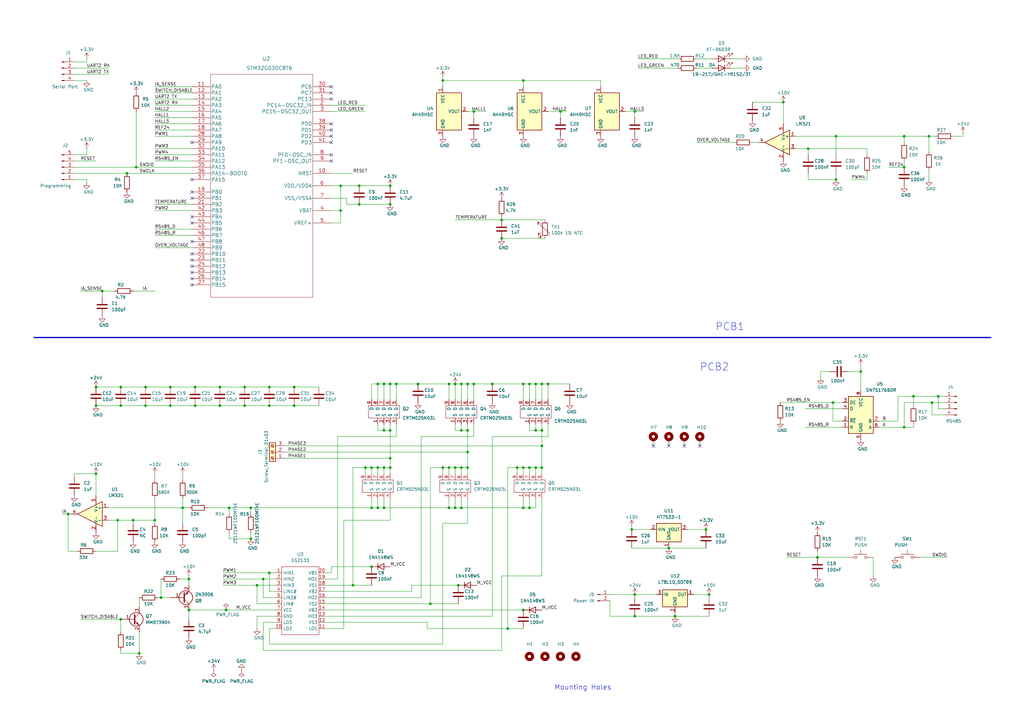
<source format=kicad_sch>
(kicad_sch (version 20230121) (generator eeschema)
  (paper "A3")
  (junction (at 214.63 250.19))
  (junction (at 160.02 191.77))
  (junction (at 59.69 158.75))
  (junction (at 212.09 191.77))
  (junction (at 335.28 228.6))
  (junction (at 49.53 158.75))
  (junction (at 189.23 176.53))
  (junction (at 154.94 191.77))
  (junction (at 229.87 45.72))
  (junction (at 55.88 68.58))
  (junction (at 276.86 252.73))
  (junction (at 189.23 208.28))
  (junction (at 382.27 165.1))
  (junction (at 102.87 208.28))
  (junction (at 160.02 187.96))
  (junction (at 289.56 217.17))
  (junction (at 110.49 166.37))
  (junction (at 370.84 175.26))
  (junction (at 69.85 166.37))
  (junction (at 201.93 157.48))
  (junction (at 147.32 76.2))
  (junction (at 222.25 191.77))
  (junction (at 341.63 165.1))
  (junction (at 139.7 86.36))
  (junction (at 222.25 157.48))
  (junction (at 224.79 157.48))
  (junction (at 52.07 71.12))
  (junction (at 222.25 182.88))
  (junction (at 49.53 254))
  (junction (at 162.56 157.48))
  (junction (at 214.63 157.48))
  (junction (at 370.84 55.88))
  (junction (at 102.87 220.98))
  (junction (at 152.4 232.41))
  (junction (at 217.17 191.77))
  (junction (at 191.77 157.48))
  (junction (at 260.35 252.73))
  (junction (at 49.53 166.37))
  (junction (at 54.61 213.36))
  (junction (at 157.48 208.28))
  (junction (at 181.61 191.77))
  (junction (at 157.48 157.48))
  (junction (at 191.77 185.42))
  (junction (at 342.9 73.66))
  (junction (at 105.41 240.03))
  (junction (at 139.7 76.2))
  (junction (at 374.65 162.56))
  (junction (at 160.02 76.2))
  (junction (at 321.31 41.91))
  (junction (at 152.4 191.77))
  (junction (at 205.74 97.79))
  (junction (at 184.15 208.28))
  (junction (at 189.23 191.77))
  (junction (at 194.31 157.48))
  (junction (at 222.25 176.53))
  (junction (at 77.47 237.49))
  (junction (at 219.71 157.48))
  (junction (at 260.35 243.84))
  (junction (at 184.15 191.77))
  (junction (at 39.37 166.37))
  (junction (at 189.23 157.48))
  (junction (at 39.37 194.31))
  (junction (at 77.47 250.19))
  (junction (at 41.91 119.38))
  (junction (at 80.01 166.37))
  (junction (at 144.78 240.03))
  (junction (at 160.02 83.82))
  (junction (at 384.81 162.56))
  (junction (at 342.9 55.88))
  (junction (at 160.02 157.48))
  (junction (at 152.4 208.28))
  (junction (at 187.96 240.03))
  (junction (at 181.61 33.02))
  (junction (at 331.47 60.96))
  (junction (at 80.01 158.75))
  (junction (at 154.94 157.48))
  (junction (at 63.5 213.36))
  (junction (at 69.85 158.75))
  (junction (at 149.86 191.77))
  (junction (at 194.31 45.72))
  (junction (at 120.65 166.37))
  (junction (at 186.69 208.28))
  (junction (at 57.15 267.97))
  (junction (at 120.65 158.75))
  (junction (at 184.15 157.48))
  (junction (at 214.63 191.77))
  (junction (at 59.69 166.37))
  (junction (at 381 55.88))
  (junction (at 157.48 176.53))
  (junction (at 160.02 176.53))
  (junction (at 205.74 90.17))
  (junction (at 110.49 234.95))
  (junction (at 217.17 157.48))
  (junction (at 191.77 176.53))
  (junction (at 147.32 83.82))
  (junction (at 191.77 191.77))
  (junction (at 214.63 33.02))
  (junction (at 157.48 191.77))
  (junction (at 219.71 191.77))
  (junction (at 208.28 257.81))
  (junction (at 154.94 208.28))
  (junction (at 186.69 157.48))
  (junction (at 290.83 243.84))
  (junction (at 370.84 68.58))
  (junction (at 353.06 152.4))
  (junction (at 110.49 158.75))
  (junction (at 219.71 176.53))
  (junction (at 274.32 224.79))
  (junction (at 100.33 158.75))
  (junction (at 66.04 245.11))
  (junction (at 90.17 158.75))
  (junction (at 186.69 191.77))
  (junction (at 217.17 208.28))
  (junction (at 39.37 158.75))
  (junction (at 176.53 247.65))
  (junction (at 100.33 166.37))
  (junction (at 48.26 213.36))
  (junction (at 214.63 208.28))
  (junction (at 259.08 217.17))
  (junction (at 260.35 45.72))
  (junction (at 74.93 208.28))
  (junction (at 27.94 210.82))
  (junction (at 171.45 157.48))
  (junction (at 92.71 250.19))
  (junction (at 90.17 166.37))
  (junction (at 93.98 208.28))
  (junction (at 107.95 237.49))
  (no_connect (at 280.67 182.88))
  (no_connect (at 78.74 58.42))
  (no_connect (at 78.74 109.22))
  (no_connect (at 135.89 55.88))
  (no_connect (at 135.89 38.1))
  (no_connect (at 78.74 91.44))
  (no_connect (at 135.89 66.04))
  (no_connect (at 78.74 106.68))
  (no_connect (at 135.89 40.64))
  (no_connect (at 267.97 182.88))
  (no_connect (at 135.89 58.42))
  (no_connect (at 135.89 53.34))
  (no_connect (at 78.74 99.06))
  (no_connect (at 274.32 182.88))
  (no_connect (at 287.02 182.88))
  (no_connect (at 78.74 111.76))
  (no_connect (at 78.74 114.3))
  (no_connect (at 78.74 73.66))
  (no_connect (at 78.74 78.74))
  (no_connect (at 78.74 88.9))
  (no_connect (at 135.89 50.8))
  (no_connect (at 78.74 81.28))
  (no_connect (at 135.89 35.56))
  (no_connect (at 78.74 116.84))
  (no_connect (at 135.89 63.5))
  (no_connect (at 78.74 104.14))
  (wire (pts (xy 69.85 166.37) (xy 80.01 166.37)))
  (wire (pts (xy 374.65 173.99) (xy 374.65 175.26)))
  (wire (pts (xy 191.77 45.72) (xy 194.31 45.72)))
  (wire (pts (xy 394.97 55.88) (xy 391.16 55.88)))
  (wire (pts (xy 154.94 157.48) (xy 154.94 163.83)))
  (wire (pts (xy 320.04 165.1) (xy 341.63 165.1)))
  (wire (pts (xy 331.47 60.96) (xy 355.6 60.96)))
  (wire (pts (xy 285.75 58.42) (xy 300.99 58.42)))
  (wire (pts (xy 299.72 24.13) (xy 304.8 24.13)))
  (wire (pts (xy 30.48 68.58) (xy 55.88 68.58)))
  (wire (pts (xy 90.17 158.75) (xy 100.33 158.75)))
  (wire (pts (xy 349.25 73.66) (xy 355.6 73.66)))
  (wire (pts (xy 160.02 176.53) (xy 160.02 187.96)))
  (wire (pts (xy 186.69 204.47) (xy 186.69 208.28)))
  (wire (pts (xy 260.35 45.72) (xy 264.16 45.72)))
  (wire (pts (xy 191.77 157.48) (xy 194.31 157.48)))
  (wire (pts (xy 160.02 157.48) (xy 162.56 157.48)))
  (wire (pts (xy 80.01 158.75) (xy 90.17 158.75)))
  (wire (pts (xy 135.89 43.18) (xy 149.86 43.18)))
  (wire (pts (xy 74.93 204.47) (xy 74.93 208.28)))
  (wire (pts (xy 217.17 208.28) (xy 219.71 208.28)))
  (wire (pts (xy 154.94 204.47) (xy 154.94 208.28)))
  (wire (pts (xy 336.55 152.4) (xy 336.55 154.94)))
  (wire (pts (xy 186.69 191.77) (xy 189.23 191.77)))
  (wire (pts (xy 59.69 158.75) (xy 69.85 158.75)))
  (wire (pts (xy 335.28 228.6) (xy 347.98 228.6)))
  (wire (pts (xy 107.95 266.7) (xy 107.95 255.27)))
  (wire (pts (xy 342.9 73.66) (xy 342.9 71.12)))
  (wire (pts (xy 33.02 254) (xy 49.53 254)))
  (wire (pts (xy 133.35 242.57) (xy 168.91 242.57)))
  (wire (pts (xy 74.93 208.28) (xy 74.93 214.63)))
  (wire (pts (xy 205.74 266.7) (xy 107.95 266.7)))
  (wire (pts (xy 138.43 237.49) (xy 133.35 237.49)))
  (wire (pts (xy 222.25 157.48) (xy 224.79 157.48)))
  (wire (pts (xy 194.31 157.48) (xy 201.93 157.48)))
  (wire (pts (xy 110.49 166.37) (xy 120.65 166.37)))
  (wire (pts (xy 360.68 175.26) (xy 370.84 175.26)))
  (wire (pts (xy 30.48 30.48) (xy 44.45 30.48)))
  (wire (pts (xy 107.95 255.27) (xy 113.03 255.27)))
  (wire (pts (xy 52.07 71.12) (xy 78.74 71.12)))
  (wire (pts (xy 30.48 63.5) (xy 35.56 63.5)))
  (wire (pts (xy 63.5 48.26) (xy 78.74 48.26)))
  (wire (pts (xy 260.35 243.84) (xy 260.35 245.11)))
  (wire (pts (xy 54.61 213.36) (xy 48.26 213.36)))
  (wire (pts (xy 93.98 208.28) (xy 102.87 208.28)))
  (wire (pts (xy 140.97 213.36) (xy 160.02 213.36)))
  (wire (pts (xy 189.23 173.99) (xy 189.23 176.53)))
  (wire (pts (xy 91.44 237.49) (xy 107.95 237.49)))
  (wire (pts (xy 91.44 240.03) (xy 105.41 240.03)))
  (wire (pts (xy 246.38 35.56) (xy 246.38 33.02)))
  (wire (pts (xy 63.5 43.18) (xy 78.74 43.18)))
  (wire (pts (xy 360.68 172.72) (xy 368.3 172.72)))
  (wire (pts (xy 184.15 204.47) (xy 184.15 208.28)))
  (wire (pts (xy 214.63 157.48) (xy 214.63 163.83)))
  (wire (pts (xy 229.87 45.72) (xy 229.87 48.26)))
  (wire (pts (xy 63.5 101.6) (xy 78.74 101.6)))
  (wire (pts (xy 184.15 157.48) (xy 184.15 163.83)))
  (wire (pts (xy 30.48 195.58) (xy 30.48 194.31)))
  (wire (pts (xy 256.54 45.72) (xy 260.35 45.72)))
  (wire (pts (xy 59.69 166.37) (xy 69.85 166.37)))
  (wire (pts (xy 181.61 194.31) (xy 181.61 191.77)))
  (wire (pts (xy 331.47 60.96) (xy 331.47 63.5)))
  (wire (pts (xy 92.71 250.19) (xy 113.03 250.19)))
  (wire (pts (xy 189.23 208.28) (xy 214.63 208.28)))
  (wire (pts (xy 168.91 240.03) (xy 187.96 240.03)))
  (wire (pts (xy 186.69 157.48) (xy 189.23 157.48)))
  (wire (pts (xy 381 69.85) (xy 381 73.66)))
  (wire (pts (xy 345.44 165.1) (xy 341.63 165.1)))
  (wire (pts (xy 116.84 182.88) (xy 222.25 182.88)))
  (wire (pts (xy 285.75 24.13) (xy 292.1 24.13)))
  (wire (pts (xy 144.78 71.12) (xy 135.89 71.12)))
  (wire (pts (xy 276.86 252.73) (xy 290.83 252.73)))
  (wire (pts (xy 205.74 90.17) (xy 223.52 90.17)))
  (wire (pts (xy 133.35 255.27) (xy 175.26 255.27)))
  (wire (pts (xy 381 55.88) (xy 381 62.23)))
  (wire (pts (xy 54.61 213.36) (xy 54.61 214.63)))
  (wire (pts (xy 171.45 157.48) (xy 184.15 157.48)))
  (wire (pts (xy 299.72 27.94) (xy 304.8 27.94)))
  (wire (pts (xy 162.56 179.07) (xy 162.56 173.99)))
  (wire (pts (xy 152.4 191.77) (xy 152.4 194.31)))
  (wire (pts (xy 152.4 157.48) (xy 154.94 157.48)))
  (wire (pts (xy 100.33 158.75) (xy 110.49 158.75)))
  (wire (pts (xy 93.98 208.28) (xy 93.98 210.82)))
  (wire (pts (xy 133.35 257.81) (xy 140.97 257.81)))
  (wire (pts (xy 66.04 245.11) (xy 69.85 245.11)))
  (wire (pts (xy 374.65 162.56) (xy 374.65 166.37)))
  (wire (pts (xy 63.5 40.64) (xy 78.74 40.64)))
  (wire (pts (xy 154.94 191.77) (xy 154.94 194.31)))
  (wire (pts (xy 330.2 175.26) (xy 345.44 175.26)))
  (wire (pts (xy 382.27 165.1) (xy 387.35 165.1)))
  (wire (pts (xy 63.5 204.47) (xy 63.5 213.36)))
  (wire (pts (xy 194.31 179.07) (xy 194.31 173.99)))
  (wire (pts (xy 160.02 213.36) (xy 160.02 204.47)))
  (wire (pts (xy 331.47 71.12) (xy 331.47 73.66)))
  (wire (pts (xy 184.15 157.48) (xy 186.69 157.48)))
  (wire (pts (xy 160.02 191.77) (xy 160.02 194.31)))
  (wire (pts (xy 66.04 237.49) (xy 66.04 245.11)))
  (wire (pts (xy 353.06 152.4) (xy 353.06 160.02)))
  (wire (pts (xy 186.69 173.99) (xy 186.69 176.53)))
  (wire (pts (xy 135.89 86.36) (xy 139.7 86.36)))
  (wire (pts (xy 172.72 179.07) (xy 172.72 245.11)))
  (wire (pts (xy 30.48 25.4) (xy 35.56 25.4)))
  (wire (pts (xy 370.84 165.1) (xy 382.27 165.1)))
  (wire (pts (xy 168.91 242.57) (xy 168.91 240.03)))
  (wire (pts (xy 214.63 157.48) (xy 217.17 157.48)))
  (wire (pts (xy 41.91 119.38) (xy 41.91 121.92)))
  (wire (pts (xy 205.74 97.79) (xy 223.52 97.79)))
  (wire (pts (xy 30.48 33.02) (xy 35.56 33.02)))
  (wire (pts (xy 157.48 157.48) (xy 160.02 157.48)))
  (wire (pts (xy 39.37 158.75) (xy 49.53 158.75)))
  (wire (pts (xy 189.23 191.77) (xy 191.77 191.77)))
  (wire (pts (xy 110.49 264.16) (xy 181.61 264.16)))
  (wire (pts (xy 91.44 234.95) (xy 110.49 234.95)))
  (wire (pts (xy 224.79 157.48) (xy 224.79 163.83)))
  (wire (pts (xy 162.56 157.48) (xy 171.45 157.48)))
  (wire (pts (xy 259.08 215.9) (xy 259.08 217.17)))
  (wire (pts (xy 144.78 240.03) (xy 152.4 240.03)))
  (wire (pts (xy 217.17 157.48) (xy 217.17 163.83)))
  (wire (pts (xy 63.5 96.52) (xy 78.74 96.52)))
  (wire (pts (xy 133.35 240.03) (xy 144.78 240.03)))
  (wire (pts (xy 341.63 172.72) (xy 345.44 172.72)))
  (wire (pts (xy 189.23 157.48) (xy 189.23 163.83)))
  (wire (pts (xy 201.93 179.07) (xy 224.79 179.07)))
  (wire (pts (xy 353.06 149.86) (xy 353.06 152.4)))
  (wire (pts (xy 100.33 166.37) (xy 110.49 166.37)))
  (wire (pts (xy 160.02 163.83) (xy 160.02 157.48)))
  (wire (pts (xy 144.78 191.77) (xy 144.78 240.03)))
  (wire (pts (xy 63.5 66.04) (xy 78.74 66.04)))
  (wire (pts (xy 55.88 45.72) (xy 55.88 68.58)))
  (wire (pts (xy 63.5 55.88) (xy 78.74 55.88)))
  (wire (pts (xy 326.39 55.88) (xy 342.9 55.88)))
  (wire (pts (xy 77.47 250.19) (xy 92.71 250.19)))
  (wire (pts (xy 74.93 208.28) (xy 77.47 208.28)))
  (wire (pts (xy 77.47 236.22) (xy 77.47 237.49)))
  (wire (pts (xy 335.28 226.06) (xy 335.28 228.6)))
  (wire (pts (xy 269.24 243.84) (xy 260.35 243.84)))
  (wire (pts (xy 370.84 175.26) (xy 370.84 165.1)))
  (wire (pts (xy 229.87 45.72) (xy 232.41 45.72)))
  (wire (pts (xy 259.08 217.17) (xy 266.7 217.17)))
  (wire (pts (xy 222.25 191.77) (xy 222.25 194.31)))
  (wire (pts (xy 205.74 88.9) (xy 205.74 90.17)))
  (wire (pts (xy 342.9 63.5) (xy 342.9 55.88)))
  (wire (pts (xy 191.77 185.42) (xy 191.77 191.77)))
  (wire (pts (xy 69.85 158.75) (xy 80.01 158.75)))
  (wire (pts (xy 35.56 73.66) (xy 35.56 74.93)))
  (wire (pts (xy 27.94 226.06) (xy 27.94 210.82)))
  (wire (pts (xy 157.48 157.48) (xy 157.48 163.83)))
  (wire (pts (xy 250.19 243.84) (xy 260.35 243.84)))
  (wire (pts (xy 368.3 162.56) (xy 374.65 162.56)))
  (wire (pts (xy 152.4 208.28) (xy 154.94 208.28)))
  (wire (pts (xy 214.63 208.28) (xy 217.17 208.28)))
  (wire (pts (xy 381 55.88) (xy 383.54 55.88)))
  (wire (pts (xy 142.24 83.82) (xy 147.32 83.82)))
  (wire (pts (xy 44.45 208.28) (xy 74.93 208.28)))
  (wire (pts (xy 107.95 245.11) (xy 107.95 237.49)))
  (wire (pts (xy 347.98 152.4) (xy 353.06 152.4)))
  (wire (pts (xy 194.31 157.48) (xy 194.31 163.83)))
  (wire (pts (xy 217.17 176.53) (xy 219.71 176.53)))
  (wire (pts (xy 57.15 259.08) (xy 57.15 267.97)))
  (wire (pts (xy 191.77 157.48) (xy 191.77 163.83)))
  (wire (pts (xy 138.43 237.49) (xy 138.43 179.07)))
  (wire (pts (xy 186.69 208.28) (xy 189.23 208.28)))
  (wire (pts (xy 107.95 237.49) (xy 113.03 237.49)))
  (wire (pts (xy 152.4 191.77) (xy 154.94 191.77)))
  (wire (pts (xy 217.17 173.99) (xy 217.17 176.53)))
  (wire (pts (xy 135.89 81.28) (xy 142.24 81.28)))
  (wire (pts (xy 116.84 187.96) (xy 160.02 187.96)))
  (wire (pts (xy 387.35 167.64) (xy 384.81 167.64)))
  (wire (pts (xy 63.5 93.98) (xy 78.74 93.98)))
  (wire (pts (xy 30.48 66.04) (xy 39.37 66.04)))
  (wire (pts (xy 186.69 191.77) (xy 186.69 194.31)))
  (wire (pts (xy 326.39 60.96) (xy 331.47 60.96)))
  (wire (pts (xy 191.77 176.53) (xy 191.77 173.99)))
  (wire (pts (xy 57.15 245.11) (xy 57.15 248.92)))
  (wire (pts (xy 110.49 158.75) (xy 120.65 158.75)))
  (wire (pts (xy 290.83 243.84) (xy 290.83 245.11)))
  (wire (pts (xy 135.89 45.72) (xy 149.86 45.72)))
  (wire (pts (xy 139.7 76.2) (xy 147.32 76.2)))
  (wire (pts (xy 46.99 119.38) (xy 41.91 119.38)))
  (wire (pts (xy 55.88 68.58) (xy 78.74 68.58)))
  (wire (pts (xy 54.61 119.38) (xy 63.5 119.38)))
  (wire (pts (xy 31.75 226.06) (xy 27.94 226.06)))
  (wire (pts (xy 222.25 182.88) (xy 222.25 176.53)))
  (wire (pts (xy 63.5 213.36) (xy 63.5 214.63)))
  (wire (pts (xy 160.02 173.99) (xy 160.02 176.53)))
  (wire (pts (xy 181.61 191.77) (xy 184.15 191.77)))
  (wire (pts (xy 63.5 86.36) (xy 78.74 86.36)))
  (wire (pts (xy 181.61 214.63) (xy 191.77 214.63)))
  (wire (pts (xy 194.31 45.72) (xy 194.31 48.26)))
  (wire (pts (xy 77.47 237.49) (xy 77.47 240.03)))
  (wire (pts (xy 154.94 191.77) (xy 157.48 191.77)))
  (wire (pts (xy 154.94 157.48) (xy 157.48 157.48)))
  (wire (pts (xy 181.61 264.16) (xy 181.61 214.63)))
  (wire (pts (xy 358.14 228.6) (xy 358.14 236.22)))
  (wire (pts (xy 219.71 191.77) (xy 219.71 194.31)))
  (wire (pts (xy 57.15 267.97) (xy 49.53 267.97)))
  (wire (pts (xy 222.25 163.83) (xy 222.25 157.48)))
  (wire (pts (xy 30.48 71.12) (xy 52.07 71.12)))
  (wire (pts (xy 219.71 157.48) (xy 222.25 157.48)))
  (wire (pts (xy 222.25 182.88) (xy 222.25 191.77)))
  (wire (pts (xy 154.94 208.28) (xy 157.48 208.28)))
  (wire (pts (xy 189.23 176.53) (xy 191.77 176.53)))
  (wire (pts (xy 63.5 63.5) (xy 78.74 63.5)))
  (wire (pts (xy 157.48 204.47) (xy 157.48 208.28)))
  (wire (pts (xy 105.41 252.73) (xy 105.41 257.81)))
  (wire (pts (xy 222.25 204.47) (xy 222.25 236.22)))
  (wire (pts (xy 374.65 162.56) (xy 384.81 162.56)))
  (wire (pts (xy 176.53 247.65) (xy 176.53 191.77)))
  (wire (pts (xy 274.32 224.79) (xy 289.56 224.79)))
  (wire (pts (xy 102.87 220.98) (xy 102.87 218.44)))
  (wire (pts (xy 184.15 208.28) (xy 186.69 208.28)))
  (wire (pts (xy 157.48 208.28) (xy 184.15 208.28)))
  (wire (pts (xy 102.87 208.28) (xy 102.87 210.82)))
  (wire (pts (xy 370.84 175.26) (xy 374.65 175.26)))
  (wire (pts (xy 63.5 38.1) (xy 78.74 38.1)))
  (wire (pts (xy 39.37 194.31) (xy 39.37 203.2)))
  (wire (pts (xy 217.17 191.77) (xy 219.71 191.77)))
  (wire (pts (xy 133.35 247.65) (xy 176.53 247.65)))
  (wire (pts (xy 340.36 152.4) (xy 336.55 152.4)))
  (wire (pts (xy 135.89 76.2) (xy 139.7 76.2)))
  (wire (pts (xy 105.41 247.65) (xy 105.41 240.03)))
  (wire (pts (xy 80.01 166.37) (xy 90.17 166.37)))
  (wire (pts (xy 322.58 228.6) (xy 335.28 228.6)))
  (wire (pts (xy 186.69 90.17) (xy 205.74 90.17)))
  (wire (pts (xy 355.6 60.96) (xy 355.6 63.5)))
  (wire (pts (xy 105.41 240.03) (xy 113.03 240.03)))
  (wire (pts (xy 368.3 172.72) (xy 368.3 162.56)))
  (wire (pts (xy 331.47 73.66) (xy 342.9 73.66)))
  (wire (pts (xy 152.4 163.83) (xy 152.4 157.48)))
  (wire (pts (xy 201.93 157.48) (xy 214.63 157.48)))
  (wire (pts (xy 30.48 194.31) (xy 39.37 194.31)))
  (wire (pts (xy 160.02 83.82) (xy 147.32 83.82)))
  (wire (pts (xy 63.5 83.82) (xy 78.74 83.82)))
  (wire (pts (xy 214.63 204.47) (xy 214.63 208.28)))
  (wire (pts (xy 224.79 179.07) (xy 224.79 173.99)))
  (wire (pts (xy 284.48 243.84) (xy 290.83 243.84)))
  (wire (pts (xy 214.63 35.56) (xy 214.63 33.02)))
  (wire (pts (xy 189.23 191.77) (xy 189.23 194.31)))
  (wire (pts (xy 246.38 33.02) (xy 214.63 33.02)))
  (wire (pts (xy 189.23 157.48) (xy 191.77 157.48)))
  (wire (pts (xy 35.56 63.5) (xy 35.56 60.96)))
  (wire (pts (xy 214.63 191.77) (xy 217.17 191.77)))
  (wire (pts (xy 140.97 257.81) (xy 140.97 213.36)))
  (wire (pts (xy 110.49 234.95) (xy 113.03 234.95)))
  (wire (pts (xy 219.71 208.28) (xy 219.71 204.47)))
  (wire (pts (xy 176.53 247.65) (xy 187.96 247.65)))
  (wire (pts (xy 25.4 210.82) (xy 27.94 210.82)))
  (wire (pts (xy 341.63 165.1) (xy 341.63 172.72)))
  (wire (pts (xy 147.32 76.2) (xy 160.02 76.2)))
  (wire (pts (xy 110.49 264.16) (xy 110.49 257.81)))
  (wire (pts (xy 194.31 45.72) (xy 199.39 45.72)))
  (wire (pts (xy 30.48 27.94) (xy 44.45 27.94)))
  (wire (pts (xy 63.5 45.72) (xy 78.74 45.72)))
  (wire (pts (xy 201.93 252.73) (xy 133.35 252.73)))
  (wire (pts (xy 73.66 237.49) (xy 77.47 237.49)))
  (wire (pts (xy 113.03 245.11) (xy 107.95 245.11)))
  (wire (pts (xy 48.26 213.36) (xy 48.26 226.06)))
  (wire (pts (xy 162.56 157.48) (xy 162.56 163.83)))
  (wire (pts (xy 63.5 50.8) (xy 78.74 50.8)))
  (wire (pts (xy 308.61 58.42) (xy 311.15 58.42)))
  (wire (pts (xy 308.61 41.91) (xy 321.31 41.91)))
  (wire (pts (xy 154.94 176.53) (xy 157.48 176.53)))
  (wire (pts (xy 138.43 179.07) (xy 162.56 179.07)))
  (wire (pts (xy 63.5 60.96) (xy 78.74 60.96)))
  (wire (pts (xy 217.17 157.48) (xy 219.71 157.48)))
  (wire (pts (xy 93.98 220.98) (xy 102.87 220.98)))
  (wire (pts (xy 113.03 252.73) (xy 105.41 252.73)))
  (wire (pts (xy 208.28 257.81) (xy 175.26 257.81)))
  (wire (pts (xy 377.19 228.6) (xy 388.62 228.6)))
  (wire (pts (xy 208.28 191.77) (xy 212.09 191.77)))
  (wire (pts (xy 49.53 267.97) (xy 49.53 266.7)))
  (wire (pts (xy 201.93 179.07) (xy 201.93 252.73)))
  (wire (pts (xy 342.9 55.88) (xy 370.84 55.88)))
  (wire (pts (xy 139.7 91.44) (xy 135.89 91.44)))
  (wire (pts (xy 49.53 166.37) (xy 59.69 166.37)))
  (wire (pts (xy 214.63 191.77) (xy 214.63 194.31)))
  (wire (pts (xy 217.17 204.47) (xy 217.17 208.28)))
  (wire (pts (xy 181.61 31.75) (xy 181.61 33.02)))
  (wire (pts (xy 250.19 246.38) (xy 250.19 252.73)))
  (wire (pts (xy 184.15 191.77) (xy 186.69 191.77)))
  (wire (pts (xy 355.6 71.12) (xy 355.6 73.66)))
  (wire (pts (xy 394.97 54.61) (xy 394.97 55.88)))
  (wire (pts (xy 222.25 176.53) (xy 222.25 173.99)))
  (wire (pts (xy 384.81 167.64) (xy 384.81 162.56)))
  (wire (pts (xy 63.5 53.34) (xy 78.74 53.34)))
  (wire (pts (xy 250.19 252.73) (xy 260.35 252.73)))
  (wire (pts (xy 39.37 166.37) (xy 49.53 166.37)))
  (wire (pts (xy 63.5 35.56) (xy 78.74 35.56)))
  (wire (pts (xy 102.87 208.28) (xy 152.4 208.28)))
  (wire (pts (xy 30.48 73.66) (xy 35.56 73.66)))
  (wire (pts (xy 44.45 213.36) (xy 48.26 213.36)))
  (wire (pts (xy 276.86 251.46) (xy 276.86 252.73)))
  (wire (pts (xy 261.62 27.94) (xy 278.13 27.94)))
  (wire (pts (xy 74.93 194.31) (xy 74.93 196.85)))
  (wire (pts (xy 63.5 213.36) (xy 54.61 213.36)))
  (polyline (pts (xy 13.97 138.43) (xy 406.4 138.43)) (stroke (width 0.5)))
  (wire (pts (xy 175.26 257.81) (xy 175.26 255.27)))
  (wire (pts (xy 64.77 245.11) (xy 66.04 245.11)))
  (wire (pts (xy 35.56 25.4) (xy 35.56 24.13)))
  (wire (pts (xy 219.71 191.77) (xy 222.25 191.77)))
  (wire (pts (xy 370.84 55.88) (xy 381 55.88)))
  (wire (pts (xy 189.23 204.47) (xy 189.23 208.28)))
  (wire (pts (xy 110.49 257.81) (xy 113.03 257.81)))
  (wire (pts (xy 387.35 170.18) (xy 382.27 170.18)))
  (wire (pts (xy 184.15 191.77) (xy 184.15 194.31)))
  (wire (pts (xy 214.63 257.81) (xy 208.28 257.81)))
  (wire (pts (xy 157.48 191.77) (xy 160.02 191.77)))
  (wire (pts (xy 281.94 217.17) (xy 289.56 217.17)))
  (wire (pts (xy 149.86 191.77) (xy 152.4 191.77)))
  (wire (pts (xy 384.81 162.56) (xy 387.35 162.56)))
  (wire (pts (xy 176.53 191.77) (xy 181.61 191.77)))
  (wire (pts (xy 157.48 191.77) (xy 157.48 194.31)))
  (wire (pts (xy 370.84 55.88) (xy 370.84 58.42)))
  (wire (pts (xy 154.94 173.99) (xy 154.94 176.53)))
  (wire (pts (xy 116.84 185.42) (xy 191.77 185.42)))
  (wire (pts (xy 191.77 191.77) (xy 191.77 194.31)))
  (wire (pts (xy 113.03 247.65) (xy 105.41 247.65)))
  (wire (pts (xy 27.94 210.82) (xy 29.21 210.82)))
  (wire (pts (xy 191.77 185.42) (xy 191.77 176.53)))
  (wire (pts (xy 212.09 194.31) (xy 212.09 191.77)))
  (wire (pts (xy 321.31 41.91) (xy 321.31 50.8)))
  (wire (pts (xy 224.79 157.48) (xy 233.68 157.48)))
  (wire (pts (xy 144.78 191.77) (xy 149.86 191.77)))
  (wire (pts (xy 110.49 242.57) (xy 110.49 234.95)))
  (wire (pts (xy 133.35 234.95) (xy 135.89 234.95)))
  (wire (pts (xy 135.89 232.41) (xy 152.4 232.41)))
  (wire (pts (xy 212.09 191.77) (xy 214.63 191.77)))
  (wire (pts (xy 63.5 194.31) (xy 63.5 196.85)))
  (wire (pts (xy 260.35 252.73) (xy 276.86 252.73)))
  (wire (pts (xy 186.69 157.48) (xy 186.69 163.83)))
  (wire (pts (xy 219.71 173.99) (xy 219.71 176.53)))
  (wire (pts (xy 120.65 166.37) (xy 130.81 166.37)))
  (wire (pts (xy 205.74 236.22) (xy 205.74 266.7)))
  (wire (pts (xy 208.28 257.81) (xy 208.28 191.77)))
  (wire (pts (xy 219.71 176.53) (xy 222.25 176.53)))
  (wire (pts (xy 160.02 187.96) (xy 160.02 191.77)))
  (wire (pts (xy 157.48 173.99) (xy 157.48 176.53)))
  (wire (pts (xy 285.75 27.94) (xy 292.1 27.94)))
  (wire (pts (xy 157.48 176.53) (xy 160.02 176.53)))
  (wire (pts (xy 219.71 157.48) (xy 219.71 163.83)))
  (wire (pts (xy 194.31 179.07) (xy 172.72 179.07)))
  (wire (pts (xy 139.7 86.36) (xy 139.7 91.44)))
  (wire (pts (xy 217.17 191.77) (xy 217.17 194.31)))
  (wire (pts (xy 370.84 66.04) (xy 370.84 68.58)))
  (wire (pts (xy 77.47 250.19) (xy 77.47 254)))
  (wire (pts (xy 214.63 33.02) (xy 181.61 33.02)))
  (wire (pts (xy 149.86 194.31) (xy 149.86 191.77)))
  (wire (pts (xy 382.27 170.18) (xy 382.27 165.1)))
  (wire (pts (xy 191.77 214.63) (xy 191.77 204.47)))
  (wire (pts (xy 181.61 33.02) (xy 181.61 35.56)))
  (wire (pts (xy 224.79 45.72) (xy 229.87 45.72)))
  (wire (pts (xy 90.17 166.37) (xy 100.33 166.37)))
  (wire (pts (xy 260.35 45.72) (xy 260.35 48.26)))
  (wire (pts (xy 172.72 245.11) (xy 133.35 245.11)))
  (wire (pts (xy 259.08 224.79) (xy 274.32 224.79)))
  (wire (pts (xy 364.49 68.58) (xy 370.84 68.58)))
  (wire (pts (xy 120.65 158.75) (xy 130.81 158.75)))
  (wire (pts (xy 139.7 76.2) (xy 139.7 86.36)))
  (wire (pts (xy 113.03 242.57) (xy 110.49 242.57)))
  (wire (pts (xy 33.02 119.38) (xy 41.91 119.38)))
  (wire (pts (xy 133.35 250.19) (xy 214.63 250.19)))
  (wire (pts (xy 135.89 234.95) (xy 135.89 232.41)))
  (wire (pts (xy 85.09 208.28) (xy 93.98 208.28)))
  (wire (pts (xy 93.98 218.44) (xy 93.98 220.98)))
  (wire (pts (xy 222.25 236.22) (xy 205.74 236.22)))
  (wire (pts (xy 49.53 254) (xy 49.53 259.08)))
  (wire (pts (xy 142.24 81.28) (xy 142.24 83.82)))
  (wire (pts (xy 186.69 176.53) (xy 189.23 176.53)))
  (wire (pts (xy 49.53 158.75) (xy 59.69 158.75)))
  (wire (pts (xy 48.26 226.06) (xy 39.37 226.06)))
  (wire (pts (xy 261.62 24.13) (xy 278.13 24.13)))
  (wire (pts (xy 330.2 167.64) (xy 345.44 167.64)))
  (wire (pts (xy 152.4 204.47) (xy 152.4 208.28)))
  (text "PCB1" (at 293.37 135.89 0) (effects (font (size 3 3)) (justify left bottom)))
  (text "Mounting Holes" (at 227.33 283.21 0) (effects (font (size 2 2)) (justify left bottom)))
  (text "PCB2\n" (at 287.02 152.4 0) (effects (font (size 3 3)) (justify left bottom)))
  (label "RESET" (at 33.02 66.04 0))
  (label "PHASE1" (at 118.11 187.96 0))
  (label "IA" (at 58.42 119.38 0))
  (label "SWCLK" (at 57.15 71.12 0))
  (label "RS485_R" (at 63.5 96.52 0))
  (label "HALL2" (at 232.41 45.72 180))
  (label "PWM1" (at 63.5 55.88 0))
  (label "LED_RED" (at 138.43 43.18 0))
  (label "REF24" (at 364.49 68.58 0))
  (label "RESET" (at 144.78 71.12 0))
  (label "RS485_R" (at 331.47 175.26 0))
  (label "PWM1" (at 91.44 234.95 0))
  (label "RS485_EN" (at 322.58 165.1 0))
  (label "UART2 RX" (at 63.5 43.18 0))
  (label "SWITCH_DISABLE" (at 63.5 38.1 0))
  (label "PWM2" (at 91.44 237.49 0))
  (label "M_VCC" (at 222.25 250.19 0))
  (label "PHASE3" (at 118.11 182.88 0))
  (label "PWM4" (at 349.25 73.66 0))
  (label "REF24" (at 63.5 53.34 0))
  (label "UART2 RX" (at 35.56 27.94 0))
  (label "IA_SENSE" (at 63.5 35.56 0))
  (label "B" (at 361.95 172.72 0))
  (label "RS485_EN" (at 63.5 66.04 0))
  (label "M_VCC" (at 160.02 232.41 0))
  (label "HALL3" (at 63.5 50.8 0))
  (label "HALL1" (at 63.5 48.26 0))
  (label "RESET" (at 322.58 228.6 0))
  (label "LED_GREEN" (at 138.43 45.72 0))
  (label "IA_SENSE" (at 33.02 119.38 0))
  (label "SWDIO" (at 382.27 228.6 0))
  (label "TEMPERATURE" (at 63.5 83.82 0))
  (label "OVER_VOLTAGE" (at 285.75 58.42 0))
  (label "RS485_D" (at 331.47 167.64 0))
  (label "LED_RED" (at 261.62 24.13 0))
  (label "LED_GREEN" (at 261.62 27.94 0))
  (label "RS485_D" (at 63.5 93.98 0))
  (label "PHASE2" (at 118.11 185.42 0))
  (label "UART2 TX" (at 63.5 40.64 0))
  (label "SWDIO" (at 57.15 68.58 0))
  (label "SWITCH_DISABLE" (at 33.02 254 0))
  (label "OVER_VOLTAGE" (at 63.5 101.6 0))
  (label "PWM4" (at 63.5 63.5 0))
  (label "IA" (at 25.4 210.82 0))
  (label "UART2 TX" (at 35.56 30.48 0))
  (label "TEMPERATURE" (at 186.69 90.17 0))
  (label "A" (at 361.95 175.26 0))
  (label "HALL2" (at 63.5 45.72 0))
  (label "HALL3" (at 264.16 45.72 180))
  (label "PWM3" (at 91.44 240.03 0))
  (label "M_VCC" (at 96.8002 250.19 0))
  (label "M_VCC" (at 195.58 240.03 0))
  (label "PWM3" (at 63.5 60.96 0))
  (label "HALL1" (at 199.39 45.72 180))
  (label "PWM2" (at 63.5 86.36 0))
  (symbol (lib_id "Switch:SW_Push") (at 372.11 228.6 0) (unit 1)
    (property "Reference" "SW1" (at 372.11 220.98 0))
    (property "Value" "PUSH" (at 369.57 223.52 0))
    (property "Footprint" "Button_Switch_SMD:SW_SPST_EVQPE1" (effects hide))
    (property "LCSC" "C720477" (effects hide))
  )
  (symbol (lib_id "power:GND") (at 233.68 165.1 0) (unit 1)
    (property "Reference" "#PWR041" (effects hide))
    (property "Value" "GND" (at 232.41 168.91 0) (effects (justify left)))
  )
  (symbol (lib_id "Connector:Conn_01x04_Pin") (at 392.43 165.1 0) (mirror y) (unit 1)
    (property "Reference" "J4" (at 389.89 158.75 0))
    (property "Value" "RS485" (at 391.16 172.72 0))
    (property "Footprint" "Connector_PinHeader_2.54mm:PinHeader_1x04_P2.54mm_Vertical" (effects hide))
  )
  (symbol (lib_id "power:GND") (at 205.74 97.79 0) (unit 1)
    (property "Reference" "#PWR071" (effects hide))
    (property "Value" "GND" (at 204.47 101.6 0) (effects (justify left)))
  )
  (symbol (lib_id "power:GND") (at 105.41 257.81 0) (unit 1)
    (property "Reference" "#PWR014" (effects hide))
    (property "Value" "GND" (at 104.14 261.62 0) (effects (justify left)))
  )
  (symbol (lib_id "power:+3.3V") (at 181.61 31.75 0) (unit 1)
    (property "Reference" "#PWR028" (effects hide))
    (property "Value" "+3.3V" (at 181.61 27.94 0))
  )
  (symbol (lib_id "Device:R") (at 69.85 237.49 90) (unit 1)
    (property "Reference" "R23" (at 69.85 234.95 90))
    (property "Value" "10K" (at 69.85 240.03 90))
    (property "Footprint" "Resistor_SMD:R_0402_1005Metric" (effects hide))
  )
  (symbol (lib_id "power:+3.3V") (at 353.06 149.86 0) (unit 1)
    (property "Reference" "#PWR033" (effects hide))
    (property "Value" "+3.3V" (at 353.06 146.05 0))
  )
  (symbol (lib_id "power:GND") (at 260.35 55.88 0) (unit 1)
    (property "Reference" "#PWR0105" (effects hide))
    (property "Value" "GND" (at 259.08 59.69 0) (effects (justify left)))
  )
  (symbol (lib_id "Device:C") (at 335.28 232.41 0) (unit 1)
    (property "Reference" "C18" (at 339.09 231.1399 0) (effects (justify left)))
    (property "Value" "100nF" (at 339.09 233.6799 0) (effects (justify left)))
    (property "Footprint" "Capacitor_SMD:C_0402_1005Metric" (effects hide))
  )
  (symbol (lib_id "Mechanical:MountingHole") (at 217.17 269.24 0) (unit 1)
    (property "Reference" "H1" (at 215.9 264.16 0) (effects (justify left)))
    (property "Value" "MountingHole_Pad" (effects hide))
    (property "Footprint" "MountingHole:MountingHole_2.7mm" (effects hide))
  )
  (symbol (lib_id "Device:R") (at 81.28 208.28 270) (unit 1)
    (property "Reference" "R10" (at 80.01 205.74 90))
    (property "Value" "10K" (at 80.01 210.82 90))
    (property "Footprint" "Resistor_SMD:R_0402_1005Metric" (effects hide))
  )
  (symbol (lib_id "servo_motor:CRTM025N03L") (at 186.69 199.39 90) (unit 1)
    (property "Reference" "Q3" (at 194.31 198.1199 90) (effects (justify right)))
    (property "Value" "CRTM025N03L" (at 194.31 200.6599 90) (effects (justify right)))
    (property "Footprint" "servo_motor:CRTM025N03L" (effects hide))
  )
  (symbol (lib_id "Mechanical:MountingHole_Pad") (at 267.97 180.34 0) (unit 1)
    (property "Reference" "H7" (at 266.7 175.26 0) (effects (justify left)))
    (property "Value" "MountingHole_Pad" (effects hide))
    (property "Footprint" "servo_motor:TestPoint 4x2" (effects hide))
  )
  (symbol (lib_id "power:+3.3V") (at 289.56 217.17 0) (unit 1)
    (property "Reference" "#PWR060" (effects hide))
    (property "Value" "+3.3V" (at 289.56 213.36 0))
  )
  (symbol (lib_id "power:+10V") (at 39.37 194.31 0) (unit 1)
    (property "Reference" "#PWR011" (effects hide))
    (property "Value" "+10V" (at 39.37 190.5 0))
  )
  (symbol (lib_id "Device:C") (at 187.96 243.84 0) (unit 1)
    (property "Reference" "C13" (at 190.5 242.57 0) (effects (justify left)))
    (property "Value" "100nF" (at 190.5 245.11 0) (effects (justify left)))
    (property "Footprint" "Capacitor_SMD:C_0402_1005Metric" (effects hide))
  )
  (symbol (lib_id "Sensor_Magnetic:A1101ELHL") (at 248.92 45.72 0) (unit 1)
    (property "Reference" "U7" (at 242.57 44.4499 0) (effects (justify right)))
    (property "Value" "AH49HSC" (at 242.57 46.9899 0) (effects (justify right)))
    (property "Footprint" "servo_motor:hall_sensor_3_copy" (effects hide))
  )
  (symbol (lib_id "power:GND") (at 194.31 55.88 0) (unit 1)
    (property "Reference" "#PWR0110" (effects hide))
    (property "Value" "GND" (at 193.04 59.69 0) (effects (justify left)))
  )
  (symbol (lib_id "power:GND") (at 181.61 55.88 0) (unit 1)
    (property "Reference" "#PWR0108" (effects hide))
    (property "Value" "GND" (at 180.34 59.69 0) (effects (justify left)))
  )
  (symbol (lib_id "power:GND") (at 304.8 24.13 90) (unit 1)
    (property "Reference" "#PWR030" (effects hide))
    (property "Value" "GND" (at 308.61 24.1299 90) (effects (justify right)))
  )
  (symbol (lib_id "power:GND") (at 160.02 83.82 0) (unit 1)
    (property "Reference" "#PWR026" (effects hide))
    (property "Value" "GND" (at 158.75 87.63 0) (effects (justify left)))
  )
  (symbol (lib_id "Diode:1N4148WS") (at 218.44 250.19 0) (unit 1)
    (property "Reference" "D5" (at 218.44 243.84 0))
    (property "Value" "1N4148WS" (at 218.44 246.38 0))
    (property "Footprint" "Diode_SMD:D_SOD-323" (effects hide))
    (property "Datasheet" "https://www.vishay.com/docs/85751/1n4148ws.pdf" (effects hide))
  )
  (symbol (lib_id "power:GND") (at 57.15 267.97 0) (unit 1)
    (property "Reference" "#PWR013" (effects hide))
    (property "Value" "GND" (at 55.88 271.78 0) (effects (justify left)))
  )
  (symbol (lib_id "power:GND") (at 41.91 129.54 0) (unit 1)
    (property "Reference" "#PWR01" (effects hide))
    (property "Value" "GND" (at 40.64 133.35 0) (effects (justify left)))
  )
  (symbol (lib_id "Sensor_Magnetic:A1101ELHL") (at 184.15 45.72 0) (unit 1)
    (property "Reference" "U4" (at 177.8 44.4499 0) (effects (justify right)))
    (property "Value" "AH49HSC" (at 177.8 46.9899 0) (effects (justify right)))
    (property "Footprint" "servo_motor:hall_sensor_3_copy" (effects hide))
  )
  (symbol (lib_id "Device:C") (at 100.33 162.56 0) (unit 1)
    (property "Reference" "C27" (at 102.87 161.29 0) (effects (justify left)))
    (property "Value" "10uF" (at 102.87 163.83 0) (effects (justify left)))
    (property "Footprint" "Capacitor_SMD:C_0805_2012Metric" (effects hide))
  )
  (symbol (lib_id "power:+3.3V") (at 335.28 218.44 0) (unit 1)
    (property "Reference" "#PWR035" (effects hide))
    (property "Value" "+3.3V" (at 335.28 214.63 0))
  )
  (symbol (lib_id "power:GND") (at 99.06 274.955 180) (unit 1)
    (property "Reference" "#PWR021" (effects hide))
    (property "Value" "GND" (at 100.965 271.145 0) (effects (justify left)))
  )
  (symbol (lib_id "Device:R") (at 60.96 245.11 90) (unit 1)
    (property "Reference" "R22" (at 60.96 242.57 90))
    (property "Value" "10K" (at 60.96 247.65 90))
    (property "Footprint" "Resistor_SMD:R_0402_1005Metric" (effects hide))
  )
  (symbol (lib_id "power:GND") (at 276.86 252.73 0) (unit 1)
    (property "Reference" "#PWR055" (effects hide))
    (property "Value" "GND" (at 275.59 256.54 0) (effects (justify left)))
  )
  (symbol (lib_id "Device:C") (at 201.93 161.29 0) (unit 1)
    (property "Reference" "C6" (at 204.47 160.02 0) (effects (justify left)))
    (property "Value" "10uF" (at 204.47 162.56 0) (effects (justify left)))
    (property "Footprint" "Capacitor_SMD:C_0805_2012Metric" (effects hide))
  )
  (symbol (lib_id "Device:C") (at 74.93 218.44 0) (unit 1)
    (property "Reference" "C5" (at 78.74 217.1699 0) (effects (justify left)))
    (property "Value" "100pF" (at 78.74 219.7099 0) (effects (justify left)))
    (property "Footprint" "Capacitor_SMD:C_0603_1608Metric" (effects hide))
  )
  (symbol (lib_id "power:GND") (at 52.07 78.74 0) (unit 1)
    (property "Reference" "#PWR09" (effects hide))
    (property "Value" "GND" (at 50.8 82.55 0) (effects (justify left)))
  )
  (symbol (lib_id "Diode:1N4148WS") (at 156.21 232.41 0) (unit 1)
    (property "Reference" "D1" (at 156.21 226.06 0))
    (property "Value" "1N4148WS" (at 156.21 228.6 0))
    (property "Footprint" "Diode_SMD:D_SOD-323" (effects hide))
    (property "Datasheet" "https://www.vishay.com/docs/85751/1n4148ws.pdf" (effects hide))
  )
  (symbol (lib_id "power:GND") (at 342.9 73.66 0) (unit 1)
    (property "Reference" "#PWR058" (effects hide))
    (property "Value" "GND" (at 341.63 77.47 0) (effects (justify left)))
  )
  (symbol (lib_id "servo_motor:CRTM025N03L") (at 154.94 199.39 90) (unit 1)
    (property "Reference" "Q1" (at 162.56 198.1199 90) (effects (justify right)))
    (property "Value" "CRTM025N03L" (at 162.56 200.6599 90) (effects (justify right)))
    (property "Footprint" "servo_motor:CRTM025N03L" (effects hide))
  )
  (symbol (lib_id "Mechanical:MountingHole_Pad") (at 287.02 180.34 0) (unit 1)
    (property "Reference" "H10" (at 285.75 175.26 0) (effects (justify left)))
    (property "Value" "MountingHole_Pad" (effects hide))
    (property "Footprint" "servo_motor:TestPoint 4x2" (effects hide))
  )
  (symbol (lib_id "Diode:1N4148WS") (at 191.77 240.03 0) (unit 1)
    (property "Reference" "D2" (at 191.77 233.68 0))
    (property "Value" "1N4148WS" (at 191.77 236.22 0))
    (property "Footprint" "Diode_SMD:D_SOD-323" (effects hide))
    (property "Datasheet" "https://www.vishay.com/docs/85751/1n4148ws.pdf" (effects hide))
  )
  (symbol (lib_id "power:GND") (at 308.61 49.53 0) (unit 1)
    (property "Reference" "#PWR044" (effects hide))
    (property "Value" "GND" (at 307.34 53.34 0) (effects (justify left)))
  )
  (symbol (lib_id "power:PWR_FLAG") (at 87.63 274.955 180) (unit 1)
    (property "Reference" "#FLG02" (effects hide))
    (property "Value" "PWR_FLAG" (at 87.63 279.4 0))
  )
  (symbol (lib_id "power:+24V") (at 260.35 243.84 0) (unit 1)
    (property "Reference" "#PWR047" (effects hide))
    (property "Value" "+24V" (at 260.35 240.03 0))
  )
  (symbol (lib_id "Regulator_Linear:L78L10_SOT89") (at 276.86 243.84 0) (unit 1)
    (property "Reference" "U12" (at 276.86 236.22 0))
    (property "Value" "L78L10_SOT89" (at 276.86 238.76 0))
    (property "Footprint" "Package_TO_SOT_SMD:SOT-89-3" (effects hide))
    (property "Datasheet" "http://www.st.com/content/ccc/resource/technical/document/datasheet/15/55/e5/aa/23/5b/43/fd/CD00000446.pdf/files/CD00000446.pdf/jcr:content/translations/en.CD00000446.pdf" (effects hide))
    (property "LCSC" "C122848" (effects hide))
  )
  (symbol (lib_id "Device:LED") (at 295.91 27.94 180) (unit 1)
    (property "Reference" "D4" (at 292.1 26.67 0))
    (property "Value" "19-217/GHC-YR1S2/3T" (at 295.91 30.48 0))
    (property "Footprint" "LED_SMD:LED_0603_1608Metric" (effects hide))
  )
  (symbol (lib_id "Device:C") (at 171.45 161.29 0) (unit 1)
    (property "Reference" "C10" (at 173.99 160.02 0) (effects (justify left)))
    (property "Value" "10uF" (at 173.99 162.56 0) (effects (justify left)))
    (property "Footprint" "Capacitor_SMD:C_0805_2012Metric" (effects hide))
  )
  (symbol (lib_id "Connector:Screw_Terminal_01x03") (at 111.76 185.42 180) (unit 1)
    (property "Reference" "J3" (at 106.68 186.69 90) (effects (justify right)))
    (property "Value" "Screw_Terminal_01x03" (at 109.22 198.12 90) (effects (justify right)))
    (property "Footprint" "Connector_PinHeader_2.54mm:PinHeader_1x03_P2.54mm_Vertical" (effects hide))
  )
  (symbol (lib_id "power:GND") (at 35.56 74.93 0) (unit 1)
    (property "Reference" "#PWR05" (effects hide))
    (property "Value" "GND" (at 34.29 78.74 0) (effects (justify left)))
  )
  (symbol (lib_id "Device:C") (at 308.61 45.72 0) (unit 1)
    (property "Reference" "C22" (at 312.42 44.4499 0) (effects (justify left)))
    (property "Value" "1uF" (at 312.42 46.9899 0) (effects (justify left)))
    (property "Footprint" "Capacitor_SMD:C_0603_1608Metric" (effects hide))
  )
  (symbol (lib_id "dual_extruder:STM32G030C8T6") (at 78.74 35.56 0) (unit 1)
    (property "Reference" "U2" (at 109.22 24.13 0) (effects (font (size 1.524 1.524))))
    (property "Value" "STM32G030C8T6" (at 110.49 27.94 0) (effects (font (size 1.524 1.524))))
    (property "Footprint" "servo_motor:STM32G030C8T6" (effects hide))
  )
  (symbol (lib_id "Device:C") (at 214.63 254 0) (unit 1)
    (property "Reference" "C16" (at 217.17 252.73 0) (effects (justify left)))
    (property "Value" "100nF" (at 217.17 255.27 0) (effects (justify left)))
    (property "Footprint" "Capacitor_SMD:C_0402_1005Metric" (effects hide))
  )
  (symbol (lib_id "Device:C") (at 233.68 161.29 0) (unit 1)
    (property "Reference" "C7" (at 236.22 160.02 0) (effects (justify left)))
    (property "Value" "10uF" (at 236.22 162.56 0) (effects (justify left)))
    (property "Footprint" "Capacitor_SMD:C_0805_2012Metric" (effects hide))
  )
  (symbol (lib_id "Regulator_Linear:HT75xx-1-SOT89") (at 274.32 219.71 0) (unit 1)
    (property "Reference" "U11" (at 274.32 209.55 0))
    (property "Value" "HT7533-1" (at 274.32 212.09 0))
    (property "Footprint" "Package_TO_SOT_SMD:SOT-89-3" (effects hide))
  )
  (symbol (lib_id "power:GND") (at 30.48 203.2 0) (unit 1)
    (property "Reference" "#PWR08" (effects hide))
    (property "Value" "GND" (at 29.21 207.01 0) (effects (justify left)))
  )
  (symbol (lib_id "Device:R") (at 281.94 27.94 90) (unit 1)
    (property "Reference" "R11" (at 287.02 26.67 90))
    (property "Value" "470" (at 276.86 26.67 90))
    (property "Footprint" "Resistor_SMD:R_0402_1005Metric" (effects hide))
  )
  (symbol (lib_id "power:GND") (at 335.28 236.22 0) (unit 1)
    (property "Reference" "#PWR036" (effects hide))
    (property "Value" "GND" (at 334.01 240.03 0) (effects (justify left)))
  )
  (symbol (lib_id "power:GND") (at 358.14 236.22 0) (unit 1)
    (property "Reference" "#PWR039" (effects hide))
    (property "Value" "GND" (at 356.87 240.03 0) (effects (justify left)))
  )
  (symbol (lib_id "power:GND") (at 102.87 220.98 0) (unit 1)
    (property "Reference" "#PWR038" (effects hide))
    (property "Value" "GND" (at 101.6 224.79 0) (effects (justify left)))
  )
  (symbol (lib_id "Device:C") (at 39.37 162.56 0) (unit 1)
    (property "Reference" "C12" (at 41.91 161.29 0) (effects (justify left)))
    (property "Value" "10uF" (at 41.91 163.83 0) (effects (justify left)))
    (property "Footprint" "Capacitor_SMD:C_0805_2012Metric" (effects hide))
  )
  (symbol (lib_id "power:GND") (at 39.37 166.37 0) (unit 1)
    (property "Reference" "#PWR032" (effects hide))
    (property "Value" "GND" (at 38.1 170.18 0) (effects (justify left)))
  )
  (symbol (lib_id "Device:C") (at 370.84 72.39 0) (unit 1)
    (property "Reference" "C36" (at 373.38 71.12 0) (effects (justify left)))
    (property "Value" "100nF" (at 373.38 73.66 0) (effects (justify left)))
    (property "Footprint" "Capacitor_SMD:C_0402_1005Metric" (effects hide))
  )
  (symbol (lib_id "Device:R") (at 102.87 214.63 180) (unit 1)
    (property "Reference" "R16" (at 100.33 210.82 0))
    (property "Value" "25121WF100MT4E" (at 105.41 214.63 90))
    (property "Footprint" "Resistor_SMD:R_2512_6332Metric" (effects hide))
    (property "LCSC PN" "C127687" (effects hide))
  )
  (symbol (lib_id "Device:C") (at 344.17 152.4 90) (unit 1)
    (property "Reference" "C35" (at 345.44 148.59 90) (effects (justify left)))
    (property "Value" "100nF" (at 346.71 156.21 90) (effects (justify left)))
    (property "Footprint" "Capacitor_SMD:C_0603_1608Metric" (effects hide))
  )
  (symbol (lib_id "Device:C") (at 80.01 162.56 0) (unit 1)
    (property "Reference" "C21" (at 82.55 161.29 0) (effects (justify left)))
    (property "Value" "10uF" (at 82.55 163.83 0) (effects (justify left)))
    (property "Footprint" "Capacitor_SMD:C_0805_2012Metric" (effects hide))
  )
  (symbol (lib_id "power:+10V") (at 321.31 41.91 0) (unit 1)
    (property "Reference" "#PWR050" (effects hide))
    (property "Value" "+10V" (at 321.31 38.1 0))
  )
  (symbol (lib_id "power:GND") (at 229.87 55.88 0) (unit 1)
    (property "Reference" "#PWR0106" (effects hide))
    (property "Value" "GND" (at 228.6 59.69 0) (effects (justify left)))
  )
  (symbol (lib_id "Amplifier_Operational:LM321") (at 36.83 210.82 0) (mirror y) (unit 1)
    (property "Reference" "U1" (at 45.72 200.66 0) (effects (justify right)))
    (property "Value" "LM321" (at 44.45 203.2 0) (effects (justify right)))
    (property "Footprint" "Package_TO_SOT_SMD:SOT-23-5" (effects hide))
    (property "Datasheet" "http://www.ti.com/lit/ds/symlink/lm321.pdf" (effects hide))
  )
  (symbol (lib_id "Device:R") (at 281.94 24.13 90) (unit 1)
    (property "Reference" "R12" (at 287.02 22.86 90))
    (property "Value" "1.5K" (at 276.86 22.86 90))
    (property "Footprint" "Resistor_SMD:R_0402_1005Metric" (effects hide))
  )
  (symbol (lib_id "Device:R") (at 50.8 119.38 270) (unit 1)
    (property "Reference" "R2" (at 49.53 116.84 90))
    (property "Value" "4.7K" (at 49.53 121.92 90))
    (property "Footprint" "Resistor_SMD:R_0402_1005Metric" (effects hide))
  )
  (symbol (lib_id "Connector:Conn_01x04_Pin") (at 25.4 27.94 0) (unit 1)
    (property "Reference" "J1" (at 27.94 21.59 0))
    (property "Value" "Serial Port" (at 26.67 35.56 0))
    (property "Footprint" "Connector_PinHeader_1.27mm:PinHeader_1x04_P1.27mm_Vertical" (effects hide))
  )
  (symbol (lib_id "Interface_UART:SN75176AD") (at 353.06 170.18 0) (unit 1)
    (property "Reference" "U5" (at 359.41 157.48 0) (effects (justify left)))
    (property "Value" "SN75176BDR" (at 355.0794 160.02 0) (effects (justify left)))
    (property "Footprint" "Package_SO:SOIC-8_3.9x4.9mm_P1.27mm" (effects hide))
  )
  (symbol (lib_id "Device:R") (at 387.35 55.88 270) (unit 1)
    (property "Reference" "R27" (at 386.08 53.34 90))
    (property "Value" "10K" (at 386.08 58.42 90))
    (property "Footprint" "Resistor_SMD:R_0402_1005Metric" (effects hide))
  )
  (symbol (lib_id "power:+3.3V") (at 35.56 24.13 0) (unit 1)
    (property "Reference" "#PWR02" (effects hide))
    (property "Value" "+3.3V" (at 35.56 20.32 0))
  )
  (symbol (lib_id "power:+3.3V") (at 55.88 38.1 0) (unit 1)
    (property "Reference" "#PWR010" (effects hide))
    (property "Value" "+3.3V" (at 55.88 34.29 0))
  )
  (symbol (lib_id "Device:C") (at 120.65 162.56 0) (unit 1)
    (property "Reference" "C31" (at 123.19 161.29 0) (effects (justify left)))
    (property "Value" "10uF" (at 123.19 163.83 0) (effects (justify left)))
    (property "Footprint" "Capacitor_SMD:C_0805_2012Metric" (effects hide))
  )
  (symbol (lib_id "Device:R") (at 52.07 74.93 180) (unit 1)
    (property "Reference" "R4" (at 48.26 73.66 0))
    (property "Value" "10K" (at 48.26 76.2 0))
    (property "Footprint" "Resistor_SMD:R_0402_1005Metric" (effects hide))
  )
  (symbol (lib_id "Device:C") (at 289.56 220.98 0) (unit 1)
    (property "Reference" "C33" (at 293.37 219.7099 0) (effects (justify left)))
    (property "Value" "10uF" (at 293.37 222.2499 0) (effects (justify left)))
    (property "Footprint" "Capacitor_SMD:C_0603_1608Metric" (effects hide))
  )
  (symbol (lib_id "power:GND") (at 77.47 261.62 0) (unit 1)
    (property "Reference" "#PWR076" (effects hide))
    (property "Value" "GND" (at 76.2 265.43 0) (effects (justify left)))
  )
  (symbol (lib_id "power:GND") (at 304.8 27.94 90) (unit 1)
    (property "Reference" "#PWR031" (effects hide))
    (property "Value" "GND" (at 308.61 27.9399 90) (effects (justify right)))
  )
  (symbol (lib_id "Device:C") (at 41.91 125.73 0) (unit 1)
    (property "Reference" "C1" (at 45.72 124.4599 0) (effects (justify left)))
    (property "Value" "100pF" (at 45.72 126.9999 0) (effects (justify left)))
    (property "Footprint" "Capacitor_SMD:C_0603_1608Metric" (effects hide))
  )
  (symbol (lib_id "Device:R") (at 304.8 58.42 270) (unit 1)
    (property "Reference" "R20" (at 303.53 55.88 90))
    (property "Value" "10K" (at 303.53 60.96 90))
    (property "Footprint" "Resistor_SMD:R_0402_1005Metric" (effects hide))
  )
  (symbol (lib_id "Device:Thermistor_NTC") (at 223.52 93.98 0) (unit 1)
    (property "Reference" "TH1" (at 226.06 93.0274 0) (effects (justify left)))
    (property "Value" "100k 1% NTC" (at 226.06 95.5674 0) (effects (justify left)))
    (property "Footprint" "Resistor_SMD:R_0402_1005Metric" (effects hide))
  )
  (symbol (lib_id "power:+10V") (at 63.5 194.31 0) (unit 1)
    (property "Reference" "#PWR016" (effects hide))
    (property "Value" "+10V" (at 63.5 190.5 0))
  )
  (symbol (lib_id "power:GND") (at 246.38 55.88 0) (unit 1)
    (property "Reference" "#PWR0107" (effects hide))
    (property "Value" "GND" (at 245.11 59.69 0) (effects (justify left)))
  )
  (symbol (lib_id "Device:C") (at 260.35 248.92 0) (unit 1)
    (property "Reference" "C25" (at 264.16 247.6499 0) (effects (justify left)))
    (property "Value" "100nF" (at 264.16 250.1899 0) (effects (justify left)))
    (property "Footprint" "Capacitor_SMD:C_0603_1608Metric" (effects hide))
  )
  (symbol (lib_id "Device:C") (at 59.69 162.56 0) (unit 1)
    (property "Reference" "C15" (at 62.23 161.29 0) (effects (justify left)))
    (property "Value" "10uF" (at 62.23 163.83 0) (effects (justify left)))
    (property "Footprint" "Capacitor_SMD:C_0805_2012Metric" (effects hide))
  )
  (symbol (lib_id "power:GND") (at 353.06 180.34 0) (unit 1)
    (property "Reference" "#PWR034" (effects hide))
    (property "Value" "GND" (at 351.79 184.15 0) (effects (justify left)))
  )
  (symbol (lib_id "power:+24V") (at 186.69 157.48 0) (unit 1)
    (property "Reference" "#PWR040" (effects hide))
    (property "Value" "+24V" (at 186.69 153.67 0))
  )
  (symbol (lib_id "dual_extruder:EG2133") (at 123.19 245.11 0) (unit 1)
    (property "Reference" "U3" (at 123.19 227.33 0))
    (property "Value" "EG2133" (at 123.19 229.87 0))
    (property "Footprint" "Package_SO:TSSOP-20_4.4x6.5mm_P0.65mm" (effects hide))
  )
  (symbol (lib_id "power:GND") (at 201.93 165.1 0) (unit 1)
    (property "Reference" "#PWR020" (effects hide))
    (property "Value" "GND" (at 200.66 168.91 0) (effects (justify left)))
  )
  (symbol (lib_id "Mechanical:MountingHole") (at 229.87 269.24 0) (unit 1)
    (property "Reference" "H3" (at 228.6 264.16 0) (effects (justify left)))
    (property "Value" "MountingHole_Pad" (effects hide))
    (property "Footprint" "MountingHole:MountingHole_2.7mm" (effects hide))
  )
  (symbol (lib_id "Transistor_BJT:MMBT3904") (at 54.61 254 0) (unit 1)
    (property "Reference" "Q7" (at 59.69 252.7299 0) (effects (justify left)))
    (property "Value" "MMBT3904" (at 59.69 255.2699 0) (effects (justify left)))
    (property "Footprint" "Package_TO_SOT_SMD:SOT-23" (effects hide))
    (property "Datasheet" "https://www.onsemi.com/pub/Collateral/2N3903-D.PDF" (effects hide))
    (property "LCSC" "C20526" (effects hide))
  )
  (symbol (lib_id "Mechanical:MountingHole") (at 223.52 269.24 0) (unit 1)
    (property "Reference" "H2" (at 222.25 264.16 0) (effects (justify left)))
    (property "Value" "MountingHole_Pad" (effects hide))
    (property "Footprint" "MountingHole:MountingHole_2.7mm" (effects hide))
  )
  (symbol (lib_id "power:GND") (at 367.03 228.6 0) (unit 1)
    (property "Reference" "#PWR04" (effects hide))
    (property "Value" "GND" (at 365.76 232.41 0) (effects (justify left)))
  )
  (symbol (lib_id "power:+3.3V") (at 205.74 81.28 0) (unit 1)
    (property "Reference" "#PWR070" (effects hide))
    (property "Value" "+3.3V" (at 205.74 77.47 0))
  )
  (symbol (lib_id "Connector:Conn_01x05_Pin") (at 25.4 68.58 0) (mirror x) (unit 1)
    (property "Reference" "J2" (at 27.94 59.69 0) (effects (justify right)))
    (property "Value" "Programming" (at 29.21 76.2 0) (effects (justify right)))
    (property "Footprint" "Connector_PinHeader_1.27mm:PinHeader_1x05_P1.27mm_Vertical" (effects hide))
  )
  (symbol (lib_id "Mechanical:MountingHole_Pad") (at 274.32 180.34 0) (unit 1)
    (property "Reference" "H8" (at 273.05 175.26 0) (effects (justify left)))
    (property "Value" "MountingHole_Pad" (effects hide))
    (property "Footprint" "servo_motor:TestPoint 2x2.5" (effects hide))
  )
  (symbol (lib_id "Device:C") (at 229.87 52.07 0) (unit 1)
    (property "Reference" "C20" (at 233.68 50.7999 0) (effects (justify left)))
    (property "Value" "1nF" (at 233.68 53.3399 0) (effects (justify left)))
    (property "Footprint" "Capacitor_SMD:C_0402_1005Metric" (effects hide))
  )
  (symbol (lib_id "Device:R") (at 381 66.04 0) (unit 1)
    (property "Reference" "R26" (at 384.81 64.77 0))
    (property "Value" "1K" (at 384.81 67.31 0))
    (property "Footprint" "Resistor_SMD:R_0402_1005Metric" (effects hide))
  )
  (symbol (lib_id "Device:R") (at 205.74 85.09 180) (unit 1)
    (property "Reference" "R29" (at 209.55 83.82 0))
    (property "Value" "4.7K" (at 209.55 86.36 0))
    (property "Footprint" "Resistor_SMD:R_0402_1005Metric" (effects hide))
  )
  (symbol (lib_id "Device:R") (at 370.84 62.23 180) (unit 1)
    (property "Reference" "R24" (at 374.65 60.96 0))
    (property "Value" "10K" (at 374.65 63.5 0))
    (property "Footprint" "Resistor_SMD:R_0402_1005Metric" (effects hide))
  )
  (symbol (lib_id "power:+24V") (at 39.37 158.75 0) (unit 1)
    (property "Reference" "#PWR023" (effects hide))
    (property "Value" "+24V" (at 39.37 154.94 0))
  )
  (symbol (lib_id "power:GND") (at 63.5 222.25 0) (unit 1)
    (property "Reference" "#PWR017" (effects hide))
    (property "Value" "GND" (at 62.23 226.06 0) (effects (justify left)))
  )
  (symbol (lib_id "Device:C") (at 160.02 80.01 0) (unit 1)
    (property "Reference" "C11" (at 163.83 78.7399 0) (effects (justify left)))
    (property "Value" "4.7uF" (at 163.83 81.2799 0) (effects (justify left)))
    (property "Footprint" "Capacitor_SMD:C_0603_1608Metric" (effects hide))
  )
  (symbol (lib_id "Device:R") (at 63.5 200.66 180) (unit 1)
    (property "Reference" "R7" (at 67.31 199.39 0))
    (property "Value" "680K" (at 67.31 201.93 0))
    (property "Footprint" "Resistor_SMD:R_0402_1005Metric" (effects hide))
  )
  (symbol (lib_id "Device:C") (at 342.9 67.31 0) (unit 1)
    (property "Reference" "C30" (at 346.71 66.0399 0) (effects (justify left)))
    (property "Value" "100pF" (at 346.71 68.5799 0) (effects (justify left)))
    (property "Footprint" "Capacitor_SMD:C_0402_1005Metric" (effects hide))
  )
  (symbol (lib_id "Device:C") (at 77.47 257.81 0) (unit 1)
    (property "Reference" "C3" (at 81.28 256.5399 0) (effects (justify left)))
    (property "Value" "4.7uF" (at 81.28 259.0799 0) (effects (justify left)))
    (property "Footprint" "Capacitor_SMD:C_0603_1608Metric" (effects hide))
  )
  (symbol (lib_id "power:GND") (at 39.37 218.44 0) (unit 1)
    (property "Reference" "#PWR012" (effects hide))
    (property "Value" "GND" (at 38.1 222.25 0) (effects (justify left)))
  )
  (symbol (lib_id "power:+3.3V") (at 35.56 60.96 0) (unit 1)
    (property "Reference" "#PWR06" (effects hide))
    (property "Value" "+3.3V" (at 35.56 57.15 0))
  )
  (symbol (lib_id "power:GND") (at 274.32 224.79 0) (unit 1)
    (property "Reference" "#PWR054" (effects hide))
    (property "Value" "GND" (at 273.05 228.6 0) (effects (justify left)))
  )
  (symbol (lib_id "Device:R") (at 55.88 41.91 180) (unit 1)
    (property "Reference" "R5" (at 59.69 40.64 0))
    (property "Value" "10K" (at 59.69 43.18 0))
    (property "Footprint" "Resistor_SMD:R_0402_1005Metric" (effects hide))
  )
  (symbol (lib_id "power:GND") (at 381 73.66 0) (unit 1)
    (property "Reference" "#PWR062" (effects hide))
    (property "Value" "GND" (at 379.73 77.47 0) (effects (justify left)))
  )
  (symbol (lib_id "Device:C") (at 260.35 52.07 0) (unit 1)
    (property "Reference" "C23" (at 264.16 50.7999 0) (effects (justify left)))
    (property "Value" "1nF" (at 264.16 53.3399 0) (effects (justify left)))
    (property "Footprint" "Capacitor_SMD:C_0402_1005Metric" (effects hide))
  )
  (symbol (lib_id "power:+10V") (at 290.83 243.84 0) (unit 1)
    (property "Reference" "#PWR059" (effects hide))
    (property "Value" "+10V" (at 290.83 240.03 0))
  )
  (symbol (lib_id "power:GND") (at 320.04 172.72 0) (unit 1)
    (property "Reference" "#PWR024" (effects hide))
    (property "Value" "GND" (at 318.77 176.53 0) (effects (justify left)))
  )
  (symbol (lib_id "power:GND") (at 74.93 222.25 0) (unit 1)
    (property "Reference" "#PWR019" (effects hide))
    (property "Value" "GND" (at 73.66 226.06 0) (effects (justify left)))
  )
  (symbol (lib_id "Device:C") (at 205.74 93.98 0) (unit 1)
    (property "Reference" "C41" (at 209.55 92.7099 0) (effects (justify left)))
    (property "Value" "1uF" (at 209.55 95.2499 0) (effects (justify left)))
    (property "Footprint" "Capacitor_SMD:C_0603_1608Metric" (effects hide))
  )
  (symbol (lib_id "servo_motor:CRTM025N03L") (at 157.48 168.91 90) (unit 1)
    (property "Reference" "Q2" (at 165.1 167.6399 90) (effects (justify right)))
    (property "Value" "CRTM025N03L" (at 165.1 171.45 90) (effects (justify right)))
    (property "Footprint" "servo_motor:CRTM025N03L" (effects hide))
  )
  (symbol (lib_id "servo_motor:CRTM025N03L") (at 189.23 168.91 90) (unit 1)
    (property "Reference" "Q4" (at 196.85 167.6399 90) (effects (justify right)))
    (property "Value" "CRTM025N03L" (at 196.85 171.45 90) (effects (justify right)))
    (property "Footprint" "servo_motor:CRTM025N03L" (effects hide))
  )
  (symbol (lib_id "power:+3.3V") (at 160.02 76.2 0) (unit 1)
    (property "Reference" "#PWR025" (effects hide))
    (property "Value" "+3.3V" (at 160.02 72.39 0))
  )
  (symbol (lib_id "power:GND") (at 35.56 33.02 0) (unit 1)
    (property "Reference" "#PWR03" (effects hide))
    (property "Value" "GND" (at 34.29 36.83 0) (effects (justify left)))
  )
  (symbol (lib_id "Device:C") (at 194.31 52.07 0) (unit 1)
    (property "Reference" "C17" (at 198.12 50.7999 0) (effects (justify left)))
    (property "Value" "1nF" (at 198.12 53.3399 0) (effects (justify left)))
    (property "Footprint" "Capacitor_SMD:C_0402_1005Metric" (effects hide))
  )
  (symbol (lib_id "Device:R") (at 74.93 200.66 180) (unit 1)
    (property "Reference" "R9" (at 78.74 199.39 0))
    (property "Value" "300K" (at 78.74 201.93 0))
    (property "Footprint" "Resistor_SMD:R_0402_1005Metric" (effects hide))
  )
  (symbol (lib_id "Amplifier_Operational:LM321") (at 318.77 58.42 0) (mirror y) (unit 1)
    (property "Reference" "U9" (at 327.66 48.26 0) (effects (justify right)))
    (property "Value" "LM321" (at 326.39 50.8 0) (effects (justify right)))
    (property "Footprint" "Package_TO_SOT_SMD:SOT-23-5" (effects hide))
    (property "Datasheet" "http://www.ti.com/lit/ds/symlink/lm321.pdf" (effects hide))
  )
  (symbol (lib_id "Device:Q_PNP_BEC") (at 74.93 245.11 0) (mirror x) (unit 1)
    (property "Reference" "Q8" (at 80.01 246.3801 0) (effects (justify left)))
    (property "Value" "2N3906" (at 80.01 243.8401 0) (effects (justify left)))
    (property "Footprint" "Package_TO_SOT_SMD:SOT-23" (effects hide))
    (property "Datasheet" "https://www.onsemi.com/pub/Collateral/2N3906-D.PDF" (effects hide))
    (property "LCSC" "C147294" (effects hide))
  )
  (symbol (lib_id "Device:LED") (at 295.91 24.13 180) (unit 1)
    (property "Reference" "D3" (at 295.91 17.78 0))
    (property "Value" "KT-0603R" (at 294.64 20.32 0))
    (property "Footprint" "LED_SMD:LED_0603_1608Metric" (effects hide))
  )
  (symbol (lib_id "Device:C") (at 110.49 162.56 0) (unit 1)
    (property "Reference" "C29" (at 113.03 161.29 0) (effects (justify left)))
    (property "Value" "10uF" (at 113.03 163.83 0) (effects (justify left)))
    (property "Footprint" "Capacitor_SMD:C_0805_2012Metric" (effects hide))
  )
  (symbol (lib_id "servo_motor:CRTM025N03L") (at 219.71 168.91 90) (unit 1)
    (property "Reference" "Q6" (at 227.33 167.6399 90) (effects (justify right)))
    (property "Value" "CRTM025N03L" (at 227.33 172.72 90) (effects (justify right)))
    (property "Footprint" "servo_motor:CRTM025N03L" (effects hide))
  )
  (symbol (lib_id "Switch:SW_Push") (at 353.06 228.6 0) (unit 1)
    (property "Reference" "RST1" (at 353.06 220.98 0))
    (property "Value" "PUSH" (at 353.06 223.52 0))
    (property "Footprint" "Button_Switch_SMD:SW_SPST_EVQPE1" (effects hide))
    (property "LCSC" "C720477" (effects hide))
  )
  (symbol (lib_id "Device:C") (at 30.48 199.39 0) (unit 1)
    (property "Reference" "C2" (at 34.29 198.1199 0) (effects (justify left)))
    (property "Value" "1uF" (at 34.29 200.6599 0) (effects (justify left)))
    (property "Footprint" "Capacitor_SMD:C_0603_1608Metric" (effects hide))
  )
  (symbol (lib_id "Device:R") (at 63.5 218.44 180) (unit 1)
    (property "Reference" "R8" (at 67.31 217.17 0))
    (property "Value" "10K" (at 67.31 219.71 0))
    (property "Footprint" "Resistor_SMD:R_0402_1005Metric" (effects hide))
  )
  (symbol (lib_id "Device:C") (at 147.32 80.01 0) (unit 1)
    (property "Reference" "C9" (at 151.13 78.7399 0) (effects (justify left)))
    (property "Value" "100nF" (at 151.13 81.2799 0) (effects (justify left)))
    (property "Footprint" "Capacitor_SMD:C_0603_1608Metric" (effects hide))
  )
  (symbol (lib_id "power:+24V") (at 87.63 274.955 0) (unit 1)
    (property "Reference" "#PWR07" (effects hide))
    (property "Value" "+24V" (at 87.63 271.145 0))
  )
  (symbol (lib_id "Device:C") (at 54.61 218.44 0) (unit 1)
    (property "Reference" "C4" (at 57.15 217.17 0) (effects (justify left)))
    (property "Value" "NC" (at 57.15 219.71 0) (effects (justify left)))
    (property "Footprint" "Capacitor_SMD:C_0603_1608Metric" (effects hide))
  )
  (symbol (lib_id "power:GND") (at 370.84 76.2 0) (unit 1)
    (property "Reference" "#PWR077" (effects hide))
    (property "Value" "GND" (at 369.57 80.01 0) (effects (justify left)))
  )
  (symbol (lib_id "Device:C") (at 290.83 248.92 0) (unit 1)
    (property "Reference" "C32" (at 294.64 247.6499 0) (effects (justify left)))
    (property "Value" "1uF" (at 294.64 250.1899 0) (effects (justify left)))
    (property "Footprint" "Capacitor_SMD:C_0603_1608Metric" (effects hide))
  )
  (symbol (lib_id "power:+10V") (at 259.08 215.9 0) (unit 1)
    (property "Reference" "#PWR048" (effects hide))
    (property "Value" "+10V" (at 259.08 212.09 0))
  )
  (symbol (lib_id "power:GND") (at 171.45 165.1 0) (unit 1)
    (property "Reference" "#PWR022" (effects hide))
    (property "Value" "GND" (at 170.18 168.91 0) (effects (justify left)))
  )
  (symbol (lib_id "Device:R") (at 320.04 168.91 180) (unit 1)
    (property "Reference" "R13" (at 323.85 167.64 0))
    (property "Value" "10K" (at 323.85 170.18 0))
    (property "Footprint" "Resistor_SMD:R_0402_1005Metric" (effects hide))
  )
  (symbol (lib_id "power:GND") (at 54.61 222.25 0) (unit 1)
    (property "Reference" "#PWR015" (effects hide))
    (property "Value" "GND" (at 53.34 226.06 0) (effects (justify left)))
  )
  (symbol (lib_id "Device:R") (at 93.98 214.63 180) (unit 1)
    (property "Reference" "R14" (at 90.17 210.82 0))
    (property "Value" "25121WF100MT4E" (at 96.52 214.63 90))
    (property "Footprint" "Resistor_SMD:R_2512_6332Metric" (effects hide))
    (property "LCSC PN" "C127687" (effects hide))
  )
  (symbol (lib_id "Device:C") (at 259.08 220.98 0) (unit 1)
    (property "Reference" "C26" (at 262.89 219.7099 0) (effects (justify left)))
    (property "Value" "1uF" (at 262.89 222.2499 0) (effects (justify left)))
    (property "Footprint" "Capacitor_SMD:C_0603_1608Metric" (effects hide))
  )
  (symbol (lib_id "power:+24V") (at 394.97 54.61 0) (unit 1)
    (property "Reference" "#PWR063" (effects hide))
    (property "Value" "+24V" (at 394.97 50.8 0))
  )
  (symbol (lib_id "Device:C") (at 130.81 162.56 0) (unit 1)
    (property "Reference" "C34" (at 133.35 161.29 0) (effects (justify left)))
    (property "Value" "10uF" (at 133.35 163.83 0) (effects (justify left)))
    (property "Footprint" "Capacitor_SMD:C_0805_2012Metric" (effects hide))
  )
  (symbol (lib_id "servo_motor:CRTM025N03L") (at 217.17 199.39 90) (unit 1)
    (property "Reference" "Q5" (at 224.79 198.1199 90) (effects (justify right)))
    (property "Value" "CRTM025N03L" (at 224.79 200.6599 90) (effects (justify right)))
    (property "Footprint" "servo_motor:CRTM025N03L" (effects hide))
  )
  (symbol (lib_id "Connector:Conn_01x02_Pin") (at 245.11 243.84 0) (unit 1)
    (property "Reference" "J5" (at 243.84 243.8399 0) (effects (justify right)))
    (property "Value" "Power IN" (at 243.84 246.3799 0) (effects (justify right)))
    (property "Footprint" "TerminalBlock:TerminalBlock_bornier-2_P5.08mm" (effects hide))
  )
  (symbol (lib_id "Device:R") (at 374.65 170.18 180) (unit 1)
    (property "Reference" "R17" (at 378.46 168.91 0))
    (property "Value" "10K" (at 378.46 171.45 0))
    (property "Footprint" "Resistor_SMD:R_0402_1005Metric" (effects hide))
  )
  (symbol (lib_id "power:GND") (at 321.31 66.04 0) (unit 1)
    (property "Reference" "#PWR051" (effects hide))
    (property "Value" "GND" (at 320.04 69.85 0) (effects (justify left)))
  )
  (symbol (lib_id "Mechanical:MountingHole") (at 236.22 269.24 0) (unit 1)
    (property "Reference" "H4" (at 234.95 264.16 0) (effects (justify left)))
    (property "Value" "MountingHole_Pad" (effects hide))
    (property "Footprint" "MountingHole:MountingHole_2.7mm" (effects hide))
  )
  (symbol (lib_id "power:+10V") (at 77.47 236.22 0) (unit 1)
    (property "Reference" "#PWR075" (effects hide))
    (property "Value" "+10V" (at 77.47 232.41 0))
  )
  (symbol (lib_id "Device:R") (at 49.53 262.89 180) (unit 1)
    (property "Reference" "R21" (at 53.34 261.62 0))
    (property "Value" "10K" (at 53.34 264.16 0))
    (property "Footprint" "Resistor_SMD:R_0402_1005Metric" (effects hide))
  )
  (symbol (lib_id "Mechanical:MountingHole_Pad") (at 280.67 180.34 0) (unit 1)
    (property "Reference" "H9" (at 279.4 175.26 0) (effects (justify left)))
    (property "Value" "MountingHole_Pad" (effects hide))
    (property "Footprint" "servo_motor:TestPoint 2x2.5" (effects hide))
  )
  (symbol (lib_id "Device:R") (at 335.28 222.25 180) (unit 1)
    (property "Reference" "R15" (at 339.09 220.98 0))
    (property "Value" "10K" (at 339.09 223.52 0))
    (property "Footprint" "Resistor_SMD:R_0402_1005Metric" (effects hide))
  )
  (symbol (lib_id "Device:C") (at 331.47 67.31 0) (unit 1)
    (property "Reference" "C28" (at 334.01 66.04 0) (effects (justify left)))
    (property "Value" "100nF" (at 334.01 68.58 0) (effects (justify left)))
    (property "Footprint" "Capacitor_SMD:C_0402_1005Metric" (effects hide))
  )
  (symbol (lib_id "power:GND") (at 336.55 154.94 0) (unit 1)
    (property "Reference" "#PWR064" (effects hide))
    (property "Value" "GND" (at 335.28 158.75 0) (effects (justify left)))
  )
  (symbol (lib_id "Device:C") (at 49.53 162.56 0) (unit 1)
    (property "Reference" "C14" (at 52.07 161.29 0) (effects (justify left)))
    (property "Value" "10uF" (at 52.07 163.83 0) (effects (justify left)))
    (property "Footprint" "Capacitor_SMD:C_0805_2012Metric" (effects hide))
  )
  (symbol (lib_id "power:+10V") (at 74.93 194.31 0) (unit 1)
    (property "Reference" "#PWR018" (effects hide))
    (property "Value" "+10V" (at 74.93 190.5 0))
  )
  (symbol (lib_id "power:PWR_FLAG") (at 92.71 250.19 0) (unit 1)
    (property "Reference" "#FLG01" (effects hide))
    (property "Value" "PWR_FLAG" (at 93.345 252.095 0))
  )
  (symbol (lib_id "power:PWR_FLAG") (at 99.06 274.955 180) (unit 1)
    (property "Reference" "#FLG03" (effects hide))
    (property "Value" "PWR_FLAG" (at 99.06 279.4 0))
  )
  (symbol (lib_id "power:GND") (at 214.63 55.88 0) (unit 1)
    (property "Reference" "#PWR0109" (effects hide))
    (property "Value" "GND" (at 213.36 59.69 0) (effects (justify left)))
  )
  (symbol (lib_id "Device:C") (at 90.17 162.56 0) (unit 1)
    (property "Reference" "C24" (at 92.71 161.29 0) (effects (justify left)))
    (property "Value" "10uF" (at 92.71 163.83 0) (effects (justify left)))
    (property "Footprint" "Capacitor_SMD:C_0805_2012Metric" (effects hide))
  )
  (symbol (lib_id "Device:R") (at 35.56 226.06 270) (unit 1)
    (property "Reference" "R6" (at 34.29 223.52 90))
    (property "Value" "33K" (at 34.29 228.6 90))
    (property "Footprint" "Resistor_SMD:R_0402_1005Metric" (effects hide))
  )
  (symbol (lib_id "Device:C") (at 152.4 236.22 0) (unit 1)
    (property "Reference" "C8" (at 154.94 234.95 0) (effects (justify left)))
    (property "Value" "100nF" (at 154.94 237.49 0) (effects (justify left)))
    (property "Footprint" "Capacitor_SMD:C_0402_1005Metric" (effects hide))
  )
  (symbol (lib_id "Device:R") (at 355.6 67.31 180) (unit 1)
    (property "Reference" "R25" (at 359.41 66.04 0))
    (property "Value" "10K" (at 359.41 68.58 0))
    (property "Footprint" "Resistor_SMD:R_0402_1005Metric" (effects hide))
  )
  (symbol (lib_id "Device:C") (at 69.85 162.56 0) (unit 1)
    (property "Reference" "C19" (at 72.39 161.29 0) (effects (justify left)))
    (property "Value" "10uF" (at 72.39 163.83 0) (effects (justify left)))
    (property "Footprint" "Capacitor_SMD:C_0805_2012Metric" (effects hide))
  )
  (symbol (lib_id "Sensor_Magnetic:A1101ELHL") (at 217.17 45.72 0) (unit 1)
    (property "Reference" "U6" (at 210.82 44.4499 0) (effects (justify right)))
    (property "Value" "AH49HSC" (at 210.82 46.9899 0) (effects (justify right)))
    (property "Footprint" "servo_motor:hall_sensor_3_copy" (effects hide))
  )
)
</source>
